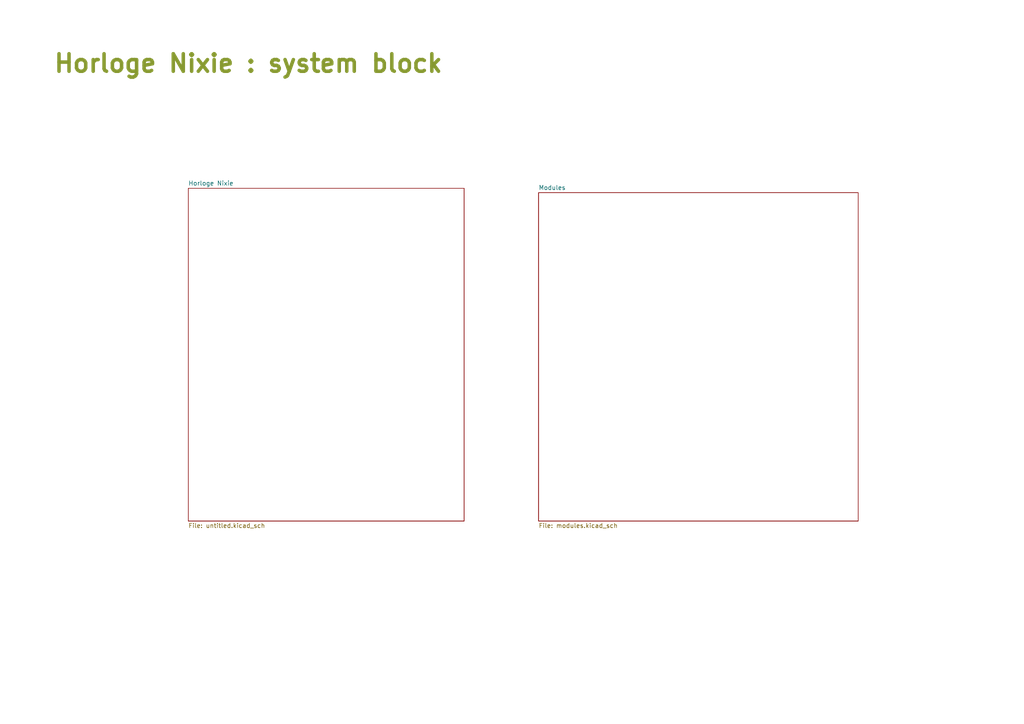
<source format=kicad_sch>
(kicad_sch (version 20230121) (generator eeschema)
  (paper "A4")
  (title_block (title "Horloge Nixie") (date "2023-07-10") (rev "0.2") (company "Author : Laurent Claude - www.laurentclaude.fr") (comment 1 "License : Open Source Hardware - CC BY-SA 4.0"))
  (lib_symbols)
  (text "Horloge Nixie : system block" (at 15.24 21.59 0) (effects (font (size 5.08 5.08) (thickness 1.016) bold) (justify left bottom)))
  (sheet (at 54.61 54.61) (size 80.01 96.52) (stroke (width 0.1524))
    (property "Sheetname" "Horloge Nixie" (at 54.61 53.8984 0) (effects (justify left bottom)))
    (property "Sheetfile" "untitled.kicad_sch" (at 54.61 151.7146 0) (effects (justify left top)))
  )
  (sheet (at 156.21 55.88) (size 92.71 95.25) (stroke (width 0.1524))
    (property "Sheetname" "Modules" (at 156.21 55.1684 0) (effects (justify left bottom)))
    (property "Sheetfile" "modules.kicad_sch" (at 156.21 151.7146 0) (effects (justify left top)))
  )
)
</source>
